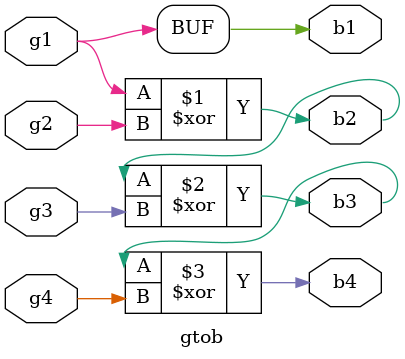
<source format=v>
module gtob(output b1,b2,b3,b4 ,input g1,g2,g3,g4);
  buf(b1,g1);
  xor(b2,b1,g2);
  xor(b3,b2,g3);
  xor(b4,b3,g4);
endmodule

</source>
